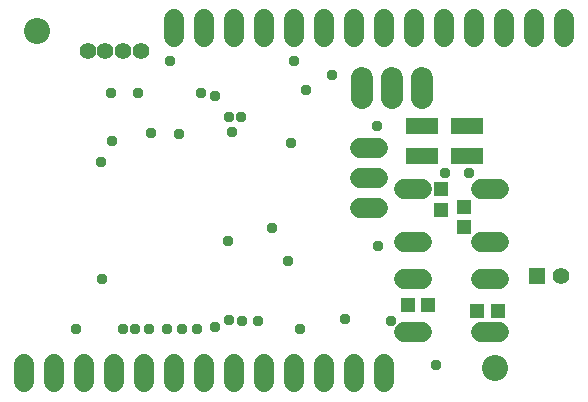
<source format=gbr>
G04 EAGLE Gerber RS-274X export*
G75*
%MOMM*%
%FSLAX34Y34*%
%LPD*%
%INSoldermask Bottom*%
%IPPOS*%
%AMOC8*
5,1,8,0,0,1.08239X$1,22.5*%
G01*
%ADD10C,2.203200*%
%ADD11R,1.411200X1.411200*%
%ADD12C,1.411200*%
%ADD13C,1.727200*%
%ADD14C,1.853200*%
%ADD15R,1.283200X1.253200*%
%ADD16R,1.303200X1.203200*%
%ADD17R,1.253200X1.283200*%
%ADD18R,1.203200X1.303200*%
%ADD19R,2.743200X1.473200*%
%ADD20C,0.959600*%


D10*
X418000Y30000D03*
X30000Y315000D03*
D11*
X453550Y107950D03*
D12*
X473550Y107950D03*
X72750Y298450D03*
X87750Y298450D03*
X102750Y298450D03*
X117750Y298450D03*
D13*
X19050Y33020D02*
X19050Y17780D01*
X44450Y17780D02*
X44450Y33020D01*
X69850Y33020D02*
X69850Y17780D01*
X95250Y17780D02*
X95250Y33020D01*
X120650Y33020D02*
X120650Y17780D01*
X146050Y17780D02*
X146050Y33020D01*
X171450Y33020D02*
X171450Y17780D01*
X196850Y17780D02*
X196850Y33020D01*
X222250Y33020D02*
X222250Y17780D01*
X247650Y17780D02*
X247650Y33020D01*
X273050Y33020D02*
X273050Y17780D01*
X298450Y17780D02*
X298450Y33020D01*
X323850Y33020D02*
X323850Y17780D01*
D14*
X304800Y258450D02*
X304800Y274950D01*
X330200Y274950D02*
X330200Y258450D01*
X355600Y258450D02*
X355600Y274950D01*
D13*
X356108Y181356D02*
X340868Y181356D01*
X340868Y136144D02*
X356108Y136144D01*
X405892Y181356D02*
X421132Y181356D01*
X421132Y136144D02*
X405892Y136144D01*
D15*
X371856Y181216D03*
X371856Y163716D03*
D16*
X391160Y166488D03*
X391160Y149488D03*
D13*
X405892Y59944D02*
X421132Y59944D01*
X421132Y105156D02*
X405892Y105156D01*
X356108Y59944D02*
X340868Y59944D01*
X340868Y105156D02*
X356108Y105156D01*
D17*
X419976Y78232D03*
X402476Y78232D03*
D18*
X361306Y83058D03*
X344306Y83058D03*
D19*
X355600Y234950D03*
X355600Y209550D03*
X393700Y234950D03*
X393700Y209550D03*
D13*
X318770Y215900D02*
X303530Y215900D01*
X303530Y190500D02*
X318770Y190500D01*
X318770Y165100D02*
X303530Y165100D01*
X146050Y309880D02*
X146050Y325120D01*
X171450Y325120D02*
X171450Y309880D01*
X196850Y309880D02*
X196850Y325120D01*
X222250Y325120D02*
X222250Y309880D01*
X247650Y309880D02*
X247650Y325120D01*
X273050Y325120D02*
X273050Y309880D01*
X298450Y309880D02*
X298450Y325120D01*
X323850Y325120D02*
X323850Y309880D01*
X349250Y309880D02*
X349250Y325120D01*
X374650Y325120D02*
X374650Y309880D01*
X400050Y309880D02*
X400050Y325120D01*
X425450Y325120D02*
X425450Y309880D01*
X450850Y309880D02*
X450850Y325120D01*
X476250Y325120D02*
X476250Y309880D01*
D20*
X330000Y70000D03*
X62500Y62500D03*
X85000Y105000D03*
X395478Y194818D03*
X375412Y194818D03*
X115000Y262500D03*
X280000Y277500D03*
X245000Y220000D03*
X102500Y62500D03*
X291016Y71164D03*
X247500Y290000D03*
X112500Y62500D03*
X125000Y62500D03*
X140000Y62500D03*
X152500Y62500D03*
X165000Y62500D03*
X180214Y64492D03*
X192206Y70508D03*
X203690Y69746D03*
X216698Y69492D03*
X168476Y262246D03*
X257500Y265000D03*
X180468Y259746D03*
X192500Y242500D03*
X317500Y235000D03*
X202500Y242500D03*
X195000Y230000D03*
X92500Y262500D03*
X142500Y290000D03*
X252500Y62500D03*
X242500Y120000D03*
X83820Y204216D03*
X150368Y228346D03*
X126746Y228854D03*
X93726Y222250D03*
X318516Y133096D03*
X228854Y148590D03*
X191770Y137160D03*
X367284Y32512D03*
M02*

</source>
